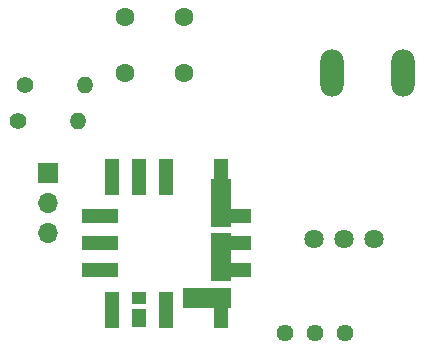
<source format=gbr>
%TF.GenerationSoftware,KiCad,Pcbnew,7.0.2-0*%
%TF.CreationDate,2023-08-02T22:48:59+09:00*%
%TF.ProjectId,power_board,706f7765-725f-4626-9f61-72642e6b6963,rev?*%
%TF.SameCoordinates,Original*%
%TF.FileFunction,Soldermask,Top*%
%TF.FilePolarity,Negative*%
%FSLAX46Y46*%
G04 Gerber Fmt 4.6, Leading zero omitted, Abs format (unit mm)*
G04 Created by KiCad (PCBNEW 7.0.2-0) date 2023-08-02 22:48:59*
%MOMM*%
%LPD*%
G01*
G04 APERTURE LIST*
G04 Aperture macros list*
%AMOutline4P*
0 Free polygon, 4 corners , with rotation*
0 The origin of the aperture is its center*
0 number of corners: always 4*
0 $1 to $8 corner X, Y*
0 $9 Rotation angle, in degrees counterclockwise*
0 create outline with 4 corners*
4,1,4,$1,$2,$3,$4,$5,$6,$7,$8,$1,$2,$9*%
G04 Aperture macros list end*
%ADD10O,2.000000X4.000000*%
%ADD11C,1.440000*%
%ADD12C,1.400000*%
%ADD13O,1.400000X1.400000*%
%ADD14C,1.635000*%
%ADD15Outline4P,-1.500000X-0.600000X1.500000X-0.600000X1.500000X0.600000X-1.500000X0.600000X270.000000*%
%ADD16Outline4P,-2.035000X-0.885000X2.035000X-0.885000X2.035000X0.885000X-2.035000X0.885000X270.000000*%
%ADD17Outline4P,-0.600000X-1.500000X0.600000X-1.500000X0.600000X1.500000X-0.600000X1.500000X270.000000*%
%ADD18Outline4P,-0.885000X-2.035000X0.885000X-2.035000X0.885000X2.035000X-0.885000X2.035000X270.000000*%
%ADD19Outline4P,-0.750000X-0.600000X0.750000X-0.600000X0.750000X0.600000X-0.750000X0.600000X270.000000*%
%ADD20Outline4P,-0.500000X-0.600000X0.500000X-0.600000X0.500000X0.600000X-0.500000X0.600000X270.000000*%
%ADD21C,1.600000*%
%ADD22R,1.700000X1.700000*%
%ADD23O,1.700000X1.700000*%
G04 APERTURE END LIST*
D10*
%TO.C,SW2*%
X164000000Y-99000000D03*
X170000000Y-99000000D03*
%TD*%
D11*
%TO.C,RV1*%
X165080000Y-121000000D03*
X162540000Y-121000000D03*
X160000000Y-121000000D03*
%TD*%
D12*
%TO.C,R1*%
X138000000Y-100000000D03*
D13*
X143080000Y-100000000D03*
%TD*%
D14*
%TO.C,SW1*%
X167540000Y-113000000D03*
X165000000Y-113000000D03*
X162460000Y-113000000D03*
%TD*%
D15*
%TO.C,U3*%
X150000000Y-107800000D03*
X154580000Y-107800000D03*
D16*
X154580000Y-109965000D03*
D17*
X155600000Y-111110000D03*
X155600000Y-113400000D03*
D16*
X154580000Y-114545000D03*
D17*
X155600000Y-115690000D03*
D18*
X153435000Y-118000000D03*
D15*
X154580000Y-119000000D03*
X150000000Y-119000000D03*
X145420000Y-119000000D03*
D17*
X144400000Y-113400000D03*
X144400000Y-111110000D03*
D15*
X145420000Y-107800000D03*
X147710000Y-107800000D03*
D19*
X147710000Y-119750000D03*
D17*
X144400000Y-115690000D03*
D20*
X147710000Y-118000000D03*
%TD*%
D21*
%TO.C,C1*%
X146500000Y-94250000D03*
X151500000Y-94250000D03*
%TD*%
D22*
%TO.C,J2*%
X140000000Y-107460000D03*
D23*
X140000000Y-110000000D03*
X140000000Y-112540000D03*
%TD*%
D21*
%TO.C,C2*%
X146500000Y-99000000D03*
X151500000Y-99000000D03*
%TD*%
D12*
%TO.C,R2*%
X137460000Y-103000000D03*
D13*
X142540000Y-103000000D03*
%TD*%
M02*

</source>
